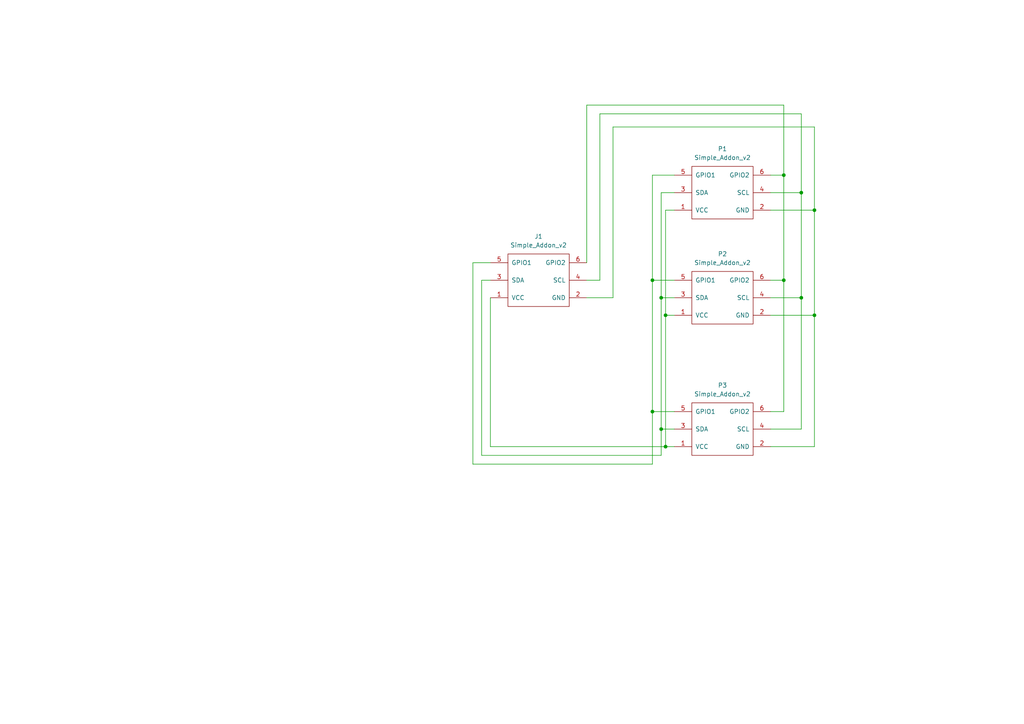
<source format=kicad_sch>
(kicad_sch (version 20211123) (generator eeschema)
  (paper "A4")
  (lib_symbols
    (symbol "Simple_Addon_v2:Simple_Addon_v2" (pin_names (offset 1.016))
      (property "Reference" "X" (at 0 0 0))
      (property "Value" "Simple_Addon_v2" (at 0 20.32 0))
      (symbol "Simple_Addon_v2_0_1"
        (rectangle (start -7.62 8.89) (end 7.62 -8.89))
      )
      (symbol "Simple_Addon_v2_1_1"
        (pin input line (at -5.08 13.97 270) (length 5.08) (name "VCC") (number "1"))
        (pin input line (at -5.08 -13.97 90) (length 5.08) (name "GND") (number "2"))
        (pin input line (at 0 13.97 270) (length 5.08) (name "SDA") (number "3"))
        (pin input line (at 0 -13.97 90) (length 5.08) (name "SCL") (number "4"))
        (pin input line (at 5.08 13.97 270) (length 5.08) (name "GPIO1") (number "5"))
        (pin input line (at 5.08 -13.97 90) (length 5.08) (name "GPIO2") (number "6"))
      )
    )
  )
  (junction (at 236.22 91.44))
  (junction (at 191.77 124.46))
  (junction (at 232.41 55.88))
  (junction (at 227.33 81.28))
  (junction (at 227.33 50.8))
  (junction (at 232.41 86.36))
  (junction (at 191.77 86.36))
  (junction (at 189.23 81.28))
  (junction (at 236.22 60.96))
  (junction (at 189.23 119.38))
  (junction (at 193.04 91.44))
  (junction (at 193.04 129.54))
  (wire (pts (xy 227.33 119.38) (xy 227.33 81.28)))
  (wire (pts (xy 189.23 81.28) (xy 189.23 50.8)))
  (wire (pts (xy 232.41 33.02) (xy 232.41 55.88)))
  (wire (pts (xy 142.24 129.54) (xy 193.04 129.54)))
  (wire (pts (xy 195.58 91.44) (xy 193.04 91.44)))
  (wire (pts (xy 137.16 134.62) (xy 189.23 134.62)))
  (wire (pts (xy 191.77 124.46) (xy 195.58 124.46)))
  (wire (pts (xy 236.22 60.96) (xy 236.22 91.44)))
  (wire (pts (xy 191.77 86.36) (xy 191.77 55.88)))
  (wire (pts (xy 223.52 119.38) (xy 227.33 119.38)))
  (wire (pts (xy 191.77 132.08) (xy 191.77 124.46)))
  (wire (pts (xy 223.52 129.54) (xy 236.22 129.54)))
  (wire (pts (xy 189.23 119.38) (xy 195.58 119.38)))
  (wire (pts (xy 173.99 33.02) (xy 232.41 33.02)))
  (wire (pts (xy 191.77 124.46) (xy 191.77 86.36)))
  (wire (pts (xy 142.24 86.36) (xy 142.24 129.54)))
  (wire (pts (xy 139.7 81.28) (xy 139.7 132.08)))
  (wire (pts (xy 170.18 76.2) (xy 170.18 30.48)))
  (wire (pts (xy 223.52 81.28) (xy 227.33 81.28)))
  (wire (pts (xy 189.23 81.28) (xy 195.58 81.28)))
  (wire (pts (xy 173.99 81.28) (xy 173.99 33.02)))
  (wire (pts (xy 137.16 76.2) (xy 137.16 134.62)))
  (wire (pts (xy 232.41 86.36) (xy 232.41 55.88)))
  (wire (pts (xy 139.7 132.08) (xy 191.77 132.08)))
  (wire (pts (xy 193.04 60.96) (xy 193.04 91.44)))
  (wire (pts (xy 223.52 124.46) (xy 232.41 124.46)))
  (wire (pts (xy 142.24 76.2) (xy 137.16 76.2)))
  (wire (pts (xy 193.04 129.54) (xy 195.58 129.54)))
  (wire (pts (xy 189.23 119.38) (xy 189.23 81.28)))
  (wire (pts (xy 227.33 50.8) (xy 223.52 50.8)))
  (wire (pts (xy 227.33 30.48) (xy 227.33 50.8)))
  (wire (pts (xy 142.24 81.28) (xy 139.7 81.28)))
  (wire (pts (xy 177.8 36.83) (xy 177.8 86.36)))
  (wire (pts (xy 189.23 134.62) (xy 189.23 119.38)))
  (wire (pts (xy 177.8 86.36) (xy 170.18 86.36)))
  (wire (pts (xy 195.58 60.96) (xy 193.04 60.96)))
  (wire (pts (xy 170.18 81.28) (xy 173.99 81.28)))
  (wire (pts (xy 236.22 91.44) (xy 236.22 129.54)))
  (wire (pts (xy 227.33 81.28) (xy 227.33 50.8)))
  (wire (pts (xy 177.8 36.83) (xy 236.22 36.83)))
  (wire (pts (xy 189.23 50.8) (xy 195.58 50.8)))
  (wire (pts (xy 223.52 91.44) (xy 236.22 91.44)))
  (wire (pts (xy 193.04 91.44) (xy 193.04 129.54)))
  (wire (pts (xy 223.52 60.96) (xy 236.22 60.96)))
  (wire (pts (xy 232.41 124.46) (xy 232.41 86.36)))
  (wire (pts (xy 236.22 36.83) (xy 236.22 60.96)))
  (wire (pts (xy 223.52 55.88) (xy 232.41 55.88)))
  (wire (pts (xy 191.77 86.36) (xy 195.58 86.36)))
  (wire (pts (xy 170.18 30.48) (xy 227.33 30.48)))
  (wire (pts (xy 223.52 86.36) (xy 232.41 86.36)))
  (wire (pts (xy 191.77 55.88) (xy 195.58 55.88)))
  (symbol (lib_id "Simple_Addon_v2:Simple_Addon_v2") (at 209.55 86.36 90) (unit 1)
    (property "Reference" "P2" (at 209.55 73.66 90))
    (property "Value" "Simple_Addon_v2" (at 209.55 76.2 90))
    (property "Footprint" "Simple_Addon_v2:Simple_Addon_v2-BADGE-2x3" (effects hide))
  )
  (symbol (lib_id "Simple_Addon_v2:Simple_Addon_v2") (at 209.55 124.46 90) (unit 1)
    (property "Reference" "P3" (at 209.55 111.76 90))
    (property "Value" "Simple_Addon_v2" (at 209.55 114.3 90))
    (property "Footprint" "Simple_Addon_v2:Simple_Addon_v2-BADGE-2x3" (effects hide))
  )
  (symbol (lib_id "Simple_Addon_v2:Simple_Addon_v2") (at 156.21 81.28 90) (unit 1)
    (property "Reference" "J1" (at 156.21 68.58 90))
    (property "Value" "Simple_Addon_v2" (at 156.21 71.12 90))
    (property "Footprint" "Simple_Addon_v2:Simple_Addon_v2-SAO-2x3" (effects hide))
  )
  (symbol (lib_id "Simple_Addon_v2:Simple_Addon_v2") (at 209.55 55.88 90) (unit 1)
    (property "Reference" "P1" (at 209.55 43.18 90))
    (property "Value" "Simple_Addon_v2" (at 209.55 45.72 90))
    (property "Footprint" "Simple_Addon_v2:Simple_Addon_v2-BADGE-2x3" (effects hide))
  )
)
</source>
